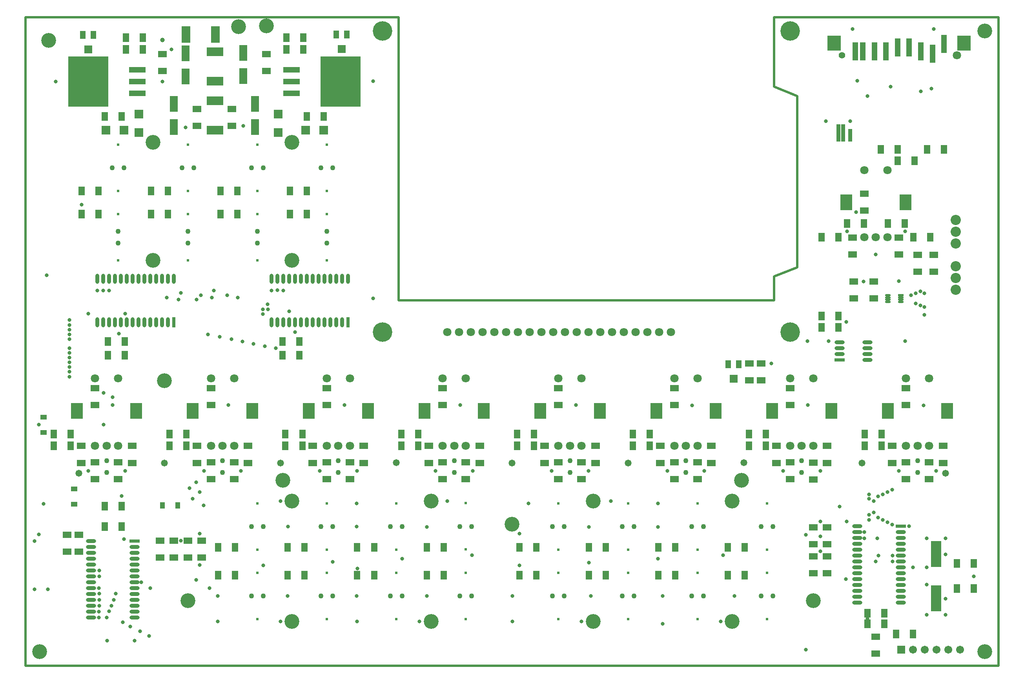
<source format=gbs>
%FSLAX25Y25*%
%MOIN*%
G70*
G01*
G75*
G04 Layer_Color=16711935*
%ADD10C,0.01181*%
%ADD11C,0.00787*%
%ADD12C,0.01575*%
%ADD13C,0.01000*%
%ADD14C,0.01969*%
%ADD15C,0.03543*%
%ADD16C,0.01575*%
%ADD17C,0.11811*%
%ADD18C,0.15748*%
%ADD19C,0.06299*%
%ADD20C,0.04724*%
%ADD21R,0.09449X0.12598*%
%ADD22C,0.05906*%
%ADD23R,0.05906X0.05906*%
%ADD24C,0.07874*%
%ADD25C,0.02362*%
%ADD26C,0.03150*%
%ADD27C,0.05000*%
%ADD28R,0.06890X0.13386*%
%ADD29R,0.06693X0.04921*%
%ADD30R,0.04921X0.06693*%
%ADD31R,0.04803X0.03583*%
%ADD32R,0.03583X0.04803*%
%ADD33R,0.07874X0.02362*%
%ADD34O,0.07874X0.02362*%
%ADD35R,0.07874X0.21654*%
%ADD36R,0.02756X0.09843*%
%ADD37R,0.02559X0.13780*%
%ADD38R,0.04331X0.14921*%
%ADD39R,0.10630X0.11811*%
%ADD40R,0.03937X0.01181*%
%ADD41O,0.03937X0.01181*%
%ADD42R,0.06299X0.06299*%
%ADD43R,0.04331X0.06299*%
%ADD44O,0.02362X0.07874*%
%ADD45R,0.02362X0.07874*%
%ADD46R,0.13386X0.06890*%
%ADD47R,0.06575X0.06496*%
%ADD48R,0.06496X0.06575*%
%ADD49R,0.06299X0.12598*%
%ADD50R,0.33465X0.41732*%
%ADD51R,0.13386X0.03937*%
%ADD52C,0.02362*%
%ADD53C,0.11811*%
%ADD54C,0.04343*%
%ADD55C,0.02375*%
%ADD56C,0.12611*%
%ADD57C,0.16548*%
%ADD58C,0.07099*%
%ADD59C,0.05524*%
%ADD60R,0.10249X0.13398*%
%ADD61C,0.06706*%
%ADD62R,0.06706X0.06706*%
%ADD63C,0.08674*%
%ADD64C,0.03162*%
%ADD65C,0.03950*%
%ADD66C,0.05800*%
%ADD67R,0.07690X0.14186*%
%ADD68R,0.07493X0.05721*%
%ADD69R,0.05721X0.07493*%
%ADD70R,0.05603X0.04383*%
%ADD71R,0.04383X0.05603*%
%ADD72R,0.08674X0.03162*%
%ADD73O,0.08674X0.03162*%
%ADD74R,0.08674X0.22453*%
%ADD75R,0.03556X0.10642*%
%ADD76R,0.03359X0.14579*%
%ADD77R,0.05131X0.15721*%
%ADD78R,0.11430X0.12611*%
%ADD79R,0.04737X0.01981*%
%ADD80O,0.04737X0.01981*%
%ADD81R,0.07099X0.07099*%
%ADD82R,0.05131X0.07099*%
%ADD83O,0.03162X0.08674*%
%ADD84R,0.03162X0.08674*%
%ADD85R,0.14186X0.07690*%
%ADD86R,0.07375X0.07296*%
%ADD87R,0.07296X0.07375*%
%ADD88R,0.07099X0.13398*%
%ADD89R,0.34265X0.42532*%
%ADD90R,0.14186X0.04737*%
D14*
X-0Y551181D02*
X-0D01*
Y0D02*
Y551181D01*
Y0D02*
X826772D01*
Y551181D01*
X635827D02*
X826772D01*
X635827Y492126D02*
Y551181D01*
X316929Y310630D02*
X635827D01*
X316929D02*
X316929D01*
X316929D02*
Y551181D01*
X-0Y551181D02*
X316929D01*
X655512Y338583D02*
Y484252D01*
X635827Y492126D02*
X655512Y484252D01*
X635827Y310630D02*
Y330709D01*
X635827Y330709D02*
X655512Y338583D01*
D54*
X757874Y164292D02*
D03*
Y174292D02*
D03*
X255906Y369173D02*
D03*
Y359173D02*
D03*
X634921Y59055D02*
D03*
X624921D02*
D03*
X634921Y118110D02*
D03*
X624921D02*
D03*
X659449Y164292D02*
D03*
Y174292D02*
D03*
X196851Y369173D02*
D03*
Y359173D02*
D03*
X575866Y59055D02*
D03*
X565866D02*
D03*
X575866Y118110D02*
D03*
X565866D02*
D03*
X561024Y164292D02*
D03*
Y174292D02*
D03*
X137795Y369173D02*
D03*
Y359173D02*
D03*
X516811Y59055D02*
D03*
X506811D02*
D03*
X516811Y118110D02*
D03*
X506811D02*
D03*
X462599Y164292D02*
D03*
Y174292D02*
D03*
X78740Y369173D02*
D03*
Y359173D02*
D03*
X457756Y59055D02*
D03*
X447756D02*
D03*
X457756Y118110D02*
D03*
X447756D02*
D03*
X364173Y164292D02*
D03*
Y174292D02*
D03*
X260906Y423229D02*
D03*
X250906D02*
D03*
X379016Y59055D02*
D03*
X369016D02*
D03*
X379016Y118110D02*
D03*
X369016D02*
D03*
X265748Y164292D02*
D03*
Y174292D02*
D03*
X201851Y423229D02*
D03*
X191850D02*
D03*
X319961Y59055D02*
D03*
X309961D02*
D03*
X319961Y118110D02*
D03*
X309961D02*
D03*
X167323Y164292D02*
D03*
Y174292D02*
D03*
X142795Y423229D02*
D03*
X132795D02*
D03*
X260906Y59055D02*
D03*
X250906D02*
D03*
X260906Y118110D02*
D03*
X250906D02*
D03*
X68898Y164292D02*
D03*
Y174292D02*
D03*
X83740Y423229D02*
D03*
X73740D02*
D03*
X201851Y59055D02*
D03*
X191850D02*
D03*
X201851Y118110D02*
D03*
X191850D02*
D03*
D55*
X374016Y78740D02*
D03*
Y39370D02*
D03*
X314961Y78740D02*
D03*
Y39370D02*
D03*
X255906Y78740D02*
D03*
Y39370D02*
D03*
X78740Y383858D02*
D03*
Y344488D02*
D03*
X196850Y78740D02*
D03*
Y39370D02*
D03*
X255906Y403543D02*
D03*
Y442913D02*
D03*
X629921Y98425D02*
D03*
Y137795D02*
D03*
X196850Y403543D02*
D03*
Y442913D02*
D03*
X570866Y98425D02*
D03*
Y137795D02*
D03*
X137795Y403543D02*
D03*
Y442913D02*
D03*
X78740Y403543D02*
D03*
Y442913D02*
D03*
X452756Y98425D02*
D03*
Y137795D02*
D03*
X629921Y78740D02*
D03*
Y39370D02*
D03*
X570866Y78740D02*
D03*
Y39370D02*
D03*
X314961Y98425D02*
D03*
Y137795D02*
D03*
X511811Y78740D02*
D03*
Y39370D02*
D03*
X255906Y98425D02*
D03*
Y137795D02*
D03*
X452756Y78740D02*
D03*
Y39370D02*
D03*
X196850Y98425D02*
D03*
Y137795D02*
D03*
X374016Y98819D02*
D03*
Y138189D02*
D03*
X511811Y98425D02*
D03*
Y137795D02*
D03*
X137795Y383858D02*
D03*
Y344488D02*
D03*
X196850Y383858D02*
D03*
Y344488D02*
D03*
X255906Y383858D02*
D03*
Y344488D02*
D03*
D56*
X118110Y242126D02*
D03*
X600394Y139764D02*
D03*
Y37402D02*
D03*
X344488Y139764D02*
D03*
X669291Y55118D02*
D03*
X608268Y157480D02*
D03*
X413386Y120079D02*
D03*
X218504Y157480D02*
D03*
X137795Y55118D02*
D03*
X108268Y444882D02*
D03*
X226378D02*
D03*
Y344488D02*
D03*
X108268D02*
D03*
X482283Y139764D02*
D03*
Y37402D02*
D03*
X344488D02*
D03*
X226378D02*
D03*
Y139764D02*
D03*
X19685Y531496D02*
D03*
X11811Y11811D02*
D03*
X814961D02*
D03*
Y539370D02*
D03*
X204724Y543701D02*
D03*
X181102Y543307D02*
D03*
D57*
X303150Y539370D02*
D03*
Y283465D02*
D03*
X649606D02*
D03*
Y539370D02*
D03*
D58*
X358378Y283417D02*
D03*
X368378D02*
D03*
X378378D02*
D03*
X388378D02*
D03*
X398378D02*
D03*
X408378D02*
D03*
X418378D02*
D03*
X428378D02*
D03*
X438378D02*
D03*
X448378D02*
D03*
X458378D02*
D03*
X468378D02*
D03*
X478378D02*
D03*
X488378D02*
D03*
X498378D02*
D03*
X508378D02*
D03*
X518378D02*
D03*
X528378D02*
D03*
X538378D02*
D03*
X548378D02*
D03*
X791339Y518898D02*
D03*
X59055Y187008D02*
D03*
X78740D02*
D03*
X68898D02*
D03*
X78740Y244095D02*
D03*
X59055D02*
D03*
X157480Y187008D02*
D03*
X177165D02*
D03*
X167323D02*
D03*
X177165Y244095D02*
D03*
X157480D02*
D03*
X255906Y187008D02*
D03*
X275591D02*
D03*
X265748D02*
D03*
X275591Y244095D02*
D03*
X255906D02*
D03*
X354331Y187008D02*
D03*
X374016D02*
D03*
X364173D02*
D03*
X374016Y244095D02*
D03*
X354331D02*
D03*
X452756Y187008D02*
D03*
X472441D02*
D03*
X462599D02*
D03*
X472441Y244095D02*
D03*
X452756D02*
D03*
X551181Y187008D02*
D03*
X570866D02*
D03*
X561024D02*
D03*
X570866Y244095D02*
D03*
X551181D02*
D03*
X649606Y187008D02*
D03*
X669291D02*
D03*
X659449D02*
D03*
X669291Y244095D02*
D03*
X649606D02*
D03*
X748032Y187008D02*
D03*
X767717D02*
D03*
X757874D02*
D03*
X767717Y244095D02*
D03*
X748032D02*
D03*
X712599Y364173D02*
D03*
X732283D02*
D03*
X722441D02*
D03*
X732283Y421260D02*
D03*
X712599D02*
D03*
D59*
X693701Y518898D02*
D03*
D60*
X43701Y216536D02*
D03*
X94095D02*
D03*
X142126D02*
D03*
X192520D02*
D03*
X240551D02*
D03*
X290945D02*
D03*
X338977D02*
D03*
X389370D02*
D03*
X437402D02*
D03*
X487795D02*
D03*
X535827D02*
D03*
X586221D02*
D03*
X634252D02*
D03*
X684646D02*
D03*
X732677D02*
D03*
X783071D02*
D03*
X697244Y393701D02*
D03*
X747638D02*
D03*
D61*
X794095Y13386D02*
D03*
X784094D02*
D03*
X774094D02*
D03*
X764094D02*
D03*
X754095D02*
D03*
D62*
X744095D02*
D03*
D63*
X790158Y378898D02*
D03*
Y368898D02*
D03*
Y358898D02*
D03*
Y339528D02*
D03*
Y329528D02*
D03*
Y319528D02*
D03*
D64*
X691732Y135039D02*
D03*
X697638Y122441D02*
D03*
X675197Y109843D02*
D03*
X81496Y144095D02*
D03*
X679921Y462992D02*
D03*
X747244Y275984D02*
D03*
X682283D02*
D03*
X664173D02*
D03*
X633760Y256792D02*
D03*
X18110Y331890D02*
D03*
X675197Y122441D02*
D03*
X419685Y112205D02*
D03*
X427165Y137795D02*
D03*
X47638Y391732D02*
D03*
X497244Y139764D02*
D03*
X358268D02*
D03*
X216535D02*
D03*
X163386Y37402D02*
D03*
X216535D02*
D03*
X281496D02*
D03*
X334646D02*
D03*
X472441D02*
D03*
X413779D02*
D03*
X590551D02*
D03*
X15354Y137402D02*
D03*
X131890Y106103D02*
D03*
X83465Y107481D02*
D03*
X723622Y108268D02*
D03*
X662992Y111024D02*
D03*
Y13386D02*
D03*
X537402Y137795D02*
D03*
X537303Y118012D02*
D03*
X478642D02*
D03*
X340846D02*
D03*
X281398Y137697D02*
D03*
Y118110D02*
D03*
X222835D02*
D03*
X139370Y150788D02*
D03*
X142126Y141733D02*
D03*
X144882Y72835D02*
D03*
X148032Y147638D02*
D03*
X144882Y155906D02*
D03*
X105906Y65748D02*
D03*
X148032Y85433D02*
D03*
X156299Y65748D02*
D03*
X592520Y93701D02*
D03*
X69291Y21260D02*
D03*
X92520D02*
D03*
X765748Y83465D02*
D03*
Y108268D02*
D03*
X781496D02*
D03*
Y94488D02*
D03*
Y56693D02*
D03*
Y43307D02*
D03*
X765748D02*
D03*
Y68898D02*
D03*
X706693Y497244D02*
D03*
X66142Y204725D02*
D03*
Y231890D02*
D03*
X74016Y228347D02*
D03*
X11417Y204725D02*
D03*
X773622Y165355D02*
D03*
X105118Y25197D02*
D03*
X97244Y29134D02*
D03*
X53150Y299213D02*
D03*
X84646D02*
D03*
X120079Y312992D02*
D03*
X37402Y293701D02*
D03*
Y245670D02*
D03*
Y250000D02*
D03*
Y253937D02*
D03*
Y257874D02*
D03*
Y277559D02*
D03*
Y261811D02*
D03*
Y269685D02*
D03*
Y265748D02*
D03*
X82677Y37008D02*
D03*
X76772Y61024D02*
D03*
X74803Y55906D02*
D03*
X72835Y50788D02*
D03*
X70866Y46063D02*
D03*
X68898Y40945D02*
D03*
X74016Y221654D02*
D03*
X37402Y281496D02*
D03*
Y285433D02*
D03*
Y289370D02*
D03*
X62599Y75984D02*
D03*
Y80709D02*
D03*
X11417Y111417D02*
D03*
X25591Y496457D02*
D03*
X7480Y105906D02*
D03*
X88976Y33071D02*
D03*
X295276Y496851D02*
D03*
Y312205D02*
D03*
X79134Y282284D02*
D03*
X180315Y312992D02*
D03*
X171260Y314961D02*
D03*
X62165Y40906D02*
D03*
X62441Y65906D02*
D03*
X148032Y112205D02*
D03*
X219016Y319016D02*
D03*
X214016Y319134D02*
D03*
X209016Y318937D02*
D03*
X98425Y70866D02*
D03*
X62599Y50788D02*
D03*
X163287Y59154D02*
D03*
X62362Y45906D02*
D03*
X62598Y55906D02*
D03*
X62599Y61024D02*
D03*
X151181Y136221D02*
D03*
X229016Y283465D02*
D03*
X70984Y319016D02*
D03*
X65984Y318898D02*
D03*
X60984Y318937D02*
D03*
X340846Y59154D02*
D03*
X281398Y59154D02*
D03*
X222736Y59154D02*
D03*
X172441Y221654D02*
D03*
X270866D02*
D03*
X369291D02*
D03*
X467717D02*
D03*
X566142Y221260D02*
D03*
X664567Y221654D02*
D03*
X762992Y221260D02*
D03*
X541339Y35433D02*
D03*
X602362Y59055D02*
D03*
X541339D02*
D03*
X480315D02*
D03*
X413779D02*
D03*
X771654Y541339D02*
D03*
X702756D02*
D03*
X185039Y458957D02*
D03*
X135827Y457480D02*
D03*
X124016Y524016D02*
D03*
X116142Y496457D02*
D03*
X697244Y292126D02*
D03*
X84646Y165355D02*
D03*
X53150D02*
D03*
X151575D02*
D03*
X183071D02*
D03*
X281496D02*
D03*
X348425D02*
D03*
X379921D02*
D03*
X446850D02*
D03*
X478346D02*
D03*
X545276D02*
D03*
X576772D02*
D03*
X643701D02*
D03*
X675197D02*
D03*
X742126D02*
D03*
X250000D02*
D03*
X203150Y271654D02*
D03*
X193701Y273622D02*
D03*
X212598Y269685D02*
D03*
X184252Y275591D02*
D03*
X174803Y277559D02*
D03*
X164961Y279528D02*
D03*
X155118Y281496D02*
D03*
X159843Y318898D02*
D03*
X158268Y312992D02*
D03*
X148819Y314961D02*
D03*
X145276Y311024D02*
D03*
X131890Y316929D02*
D03*
X129921Y311024D02*
D03*
X805512Y75985D02*
D03*
X736221Y149607D02*
D03*
X716536Y141733D02*
D03*
X720472Y130315D02*
D03*
X716536Y128347D02*
D03*
X728346Y145669D02*
D03*
X720472Y139764D02*
D03*
X732283Y147638D02*
D03*
X716536Y124016D02*
D03*
Y145669D02*
D03*
X728346Y123885D02*
D03*
X724409Y143701D02*
D03*
Y125984D02*
D03*
X732283Y121785D02*
D03*
X736221Y119685D02*
D03*
X712599Y108268D02*
D03*
X756299Y316536D02*
D03*
Y307874D02*
D03*
X769685Y490551D02*
D03*
X700787Y462992D02*
D03*
X722441Y349606D02*
D03*
X760630Y488189D02*
D03*
X735039Y492126D02*
D03*
X715354Y484252D02*
D03*
X711811Y326477D02*
D03*
X715256Y39961D02*
D03*
X675197Y97244D02*
D03*
X760236Y306299D02*
D03*
X763780Y304725D02*
D03*
Y298032D02*
D03*
X760236Y318110D02*
D03*
X201969Y85335D02*
D03*
X281890Y82677D02*
D03*
X419587Y85335D02*
D03*
X478740Y87402D02*
D03*
X379134Y93701D02*
D03*
X261024Y88189D02*
D03*
X320079Y90945D02*
D03*
X537402D02*
D03*
X7480Y64961D02*
D03*
X18898D02*
D03*
X742126Y326772D02*
D03*
X224016Y301181D02*
D03*
X205906Y302756D02*
D03*
X201575D02*
D03*
X205512Y307087D02*
D03*
X201575Y298819D02*
D03*
X752362Y314961D02*
D03*
X736614Y88504D02*
D03*
Y93504D02*
D03*
X724607D02*
D03*
X722441Y88504D02*
D03*
X753898Y83504D02*
D03*
X696969Y73504D02*
D03*
X712599Y113386D02*
D03*
X705512Y385433D02*
D03*
X698032Y369291D02*
D03*
X747244D02*
D03*
X750787Y118504D02*
D03*
X763779Y316535D02*
D03*
D65*
X116142Y531890D02*
D03*
D66*
X781495Y163386D02*
D03*
X118110Y172047D02*
D03*
X216535Y172343D02*
D03*
X314961Y172441D02*
D03*
X413386Y172343D02*
D03*
X511811Y172343D02*
D03*
X610236Y172441D02*
D03*
X710630Y172343D02*
D03*
X45276Y163386D02*
D03*
D67*
X161339Y536614D02*
D03*
X136299D02*
D03*
D68*
X114173Y91733D02*
D03*
Y106103D02*
D03*
X125984Y91733D02*
D03*
Y106103D02*
D03*
X137795Y91733D02*
D03*
Y106103D02*
D03*
X149606Y91733D02*
D03*
Y106103D02*
D03*
X748032Y158563D02*
D03*
Y172933D02*
D03*
X767717Y158563D02*
D03*
Y172933D02*
D03*
X736221Y186713D02*
D03*
Y172343D02*
D03*
X779528D02*
D03*
Y186713D02*
D03*
X649607Y158563D02*
D03*
Y172933D02*
D03*
X669291Y158170D02*
D03*
Y172540D02*
D03*
X637795Y186713D02*
D03*
Y172343D02*
D03*
X681103D02*
D03*
Y186713D02*
D03*
X551181Y158563D02*
D03*
Y172933D02*
D03*
X570866Y158563D02*
D03*
Y172933D02*
D03*
X539370Y186713D02*
D03*
Y172343D02*
D03*
X582677D02*
D03*
Y186713D02*
D03*
X440945D02*
D03*
Y172343D02*
D03*
X452756Y158563D02*
D03*
Y172933D02*
D03*
X472441Y158563D02*
D03*
Y172933D02*
D03*
X484252Y172343D02*
D03*
Y186713D02*
D03*
X354331Y158563D02*
D03*
Y172933D02*
D03*
X374016Y158563D02*
D03*
Y172933D02*
D03*
X385827Y172343D02*
D03*
Y186713D02*
D03*
X342520D02*
D03*
Y172343D02*
D03*
X244094Y186713D02*
D03*
Y172343D02*
D03*
X287402D02*
D03*
Y186713D02*
D03*
X275591Y158563D02*
D03*
Y172933D02*
D03*
X255906Y158563D02*
D03*
Y172933D02*
D03*
X177165Y158563D02*
D03*
Y172933D02*
D03*
X188977Y172343D02*
D03*
Y186713D02*
D03*
X157481Y158563D02*
D03*
Y172933D02*
D03*
X145669Y186713D02*
D03*
Y172343D02*
D03*
X78740Y158563D02*
D03*
Y172933D02*
D03*
X90551Y172343D02*
D03*
Y186713D02*
D03*
X59055Y158563D02*
D03*
Y172933D02*
D03*
X47244Y186713D02*
D03*
Y172343D02*
D03*
X45276Y111122D02*
D03*
Y96752D02*
D03*
X35433Y96752D02*
D03*
Y111122D02*
D03*
X681103Y103051D02*
D03*
Y117421D02*
D03*
X669291Y103051D02*
D03*
Y117421D02*
D03*
X681103Y92913D02*
D03*
Y78543D02*
D03*
X722441Y24508D02*
D03*
Y10138D02*
D03*
X742126Y349508D02*
D03*
Y363878D02*
D03*
X702756D02*
D03*
Y349508D02*
D03*
X757874Y334941D02*
D03*
Y349311D02*
D03*
X771653Y334941D02*
D03*
Y349311D02*
D03*
X712598Y401280D02*
D03*
Y386910D02*
D03*
X703543Y326477D02*
D03*
Y312106D02*
D03*
X720473Y326477D02*
D03*
Y312107D02*
D03*
X59055Y235925D02*
D03*
Y221555D02*
D03*
X157480Y235925D02*
D03*
Y221555D02*
D03*
X255906Y235925D02*
D03*
Y221555D02*
D03*
X354331Y235925D02*
D03*
Y221555D02*
D03*
X452756Y235925D02*
D03*
Y221555D02*
D03*
X551181Y235925D02*
D03*
Y221555D02*
D03*
X748032Y235925D02*
D03*
Y221555D02*
D03*
X649606Y235925D02*
D03*
Y221555D02*
D03*
X614961Y256792D02*
D03*
Y242421D02*
D03*
X624803Y256792D02*
D03*
Y242421D02*
D03*
X175197Y473327D02*
D03*
Y458957D02*
D03*
X145669Y473327D02*
D03*
Y458957D02*
D03*
X204725Y505414D02*
D03*
Y519784D02*
D03*
X116142Y505414D02*
D03*
Y519784D02*
D03*
X669291Y78543D02*
D03*
Y92913D02*
D03*
D69*
X178051Y100394D02*
D03*
X163681D02*
D03*
X237106D02*
D03*
X222736D02*
D03*
X296162D02*
D03*
X281791D02*
D03*
X355217Y100394D02*
D03*
X340846D02*
D03*
X433957D02*
D03*
X419587D02*
D03*
X493012Y100394D02*
D03*
X478642D02*
D03*
X552067D02*
D03*
X537697D02*
D03*
X611122D02*
D03*
X596752D02*
D03*
X611122Y76772D02*
D03*
X596752D02*
D03*
X552067D02*
D03*
X537697D02*
D03*
X493012D02*
D03*
X478642D02*
D03*
X433957D02*
D03*
X419587D02*
D03*
X355217D02*
D03*
X340846D02*
D03*
X296162D02*
D03*
X281791D02*
D03*
X237106D02*
D03*
X222736D02*
D03*
X178051D02*
D03*
X163681D02*
D03*
X239075Y403544D02*
D03*
X224705D02*
D03*
X239075Y383858D02*
D03*
X224705D02*
D03*
X180020D02*
D03*
X165650D02*
D03*
X180020Y403543D02*
D03*
X165650D02*
D03*
X120965D02*
D03*
X106595D02*
D03*
X120965Y383859D02*
D03*
X106595D02*
D03*
X61910D02*
D03*
X47539D02*
D03*
X61910Y403543D02*
D03*
X47539D02*
D03*
X712894Y187008D02*
D03*
X727264D02*
D03*
X712894Y196851D02*
D03*
X727264D02*
D03*
X614468Y187008D02*
D03*
X628838D02*
D03*
X614468Y196851D02*
D03*
X628838D02*
D03*
X516043D02*
D03*
X530413D02*
D03*
X516043Y187008D02*
D03*
X530413D02*
D03*
X417618D02*
D03*
X431988D02*
D03*
X417618Y196851D02*
D03*
X431988D02*
D03*
X319193Y187008D02*
D03*
X333563D02*
D03*
X319193Y196851D02*
D03*
X333563D02*
D03*
X220768Y187008D02*
D03*
X235138D02*
D03*
X220768Y196851D02*
D03*
X235138D02*
D03*
X122343Y187008D02*
D03*
X136713D02*
D03*
X122343Y196851D02*
D03*
X136713D02*
D03*
X23918Y187008D02*
D03*
X38287D02*
D03*
X23918Y196851D02*
D03*
X38287D02*
D03*
X67225Y135433D02*
D03*
X81595D02*
D03*
X67225Y118110D02*
D03*
X81595D02*
D03*
X805610Y65355D02*
D03*
X791240D02*
D03*
X805610Y87008D02*
D03*
X791240D02*
D03*
X715256Y44488D02*
D03*
X729626D02*
D03*
X715256Y35433D02*
D03*
X729626D02*
D03*
X754036Y26772D02*
D03*
X739666D02*
D03*
X746949Y375985D02*
D03*
X732579D02*
D03*
X768602Y364174D02*
D03*
X754232D02*
D03*
X697933Y375984D02*
D03*
X712303D02*
D03*
X676280Y364173D02*
D03*
X690650D02*
D03*
X740846Y429134D02*
D03*
X755217D02*
D03*
X766044Y438976D02*
D03*
X780413D02*
D03*
X741043Y438977D02*
D03*
X726673D02*
D03*
X690650Y287402D02*
D03*
X676280D02*
D03*
X690650Y297244D02*
D03*
X676280D02*
D03*
X218406Y263780D02*
D03*
X232776D02*
D03*
X218406Y275591D02*
D03*
X232776D02*
D03*
X69980Y263780D02*
D03*
X84351D02*
D03*
X69980Y275591D02*
D03*
X84351D02*
D03*
X238878Y466929D02*
D03*
X253248D02*
D03*
X235925Y533859D02*
D03*
X221555D02*
D03*
X235925Y524016D02*
D03*
X221555D02*
D03*
X99705Y533858D02*
D03*
X85335D02*
D03*
Y524016D02*
D03*
X99705D02*
D03*
X81595Y466929D02*
D03*
X67225D02*
D03*
D70*
X41339Y150138D02*
D03*
Y137264D02*
D03*
X15355Y198287D02*
D03*
Y211162D02*
D03*
D71*
X116398Y136221D02*
D03*
X129272D02*
D03*
D72*
X92520Y105906D02*
D03*
X743701Y118504D02*
D03*
X691732Y259843D02*
D03*
D73*
X92520Y100906D02*
D03*
Y95906D02*
D03*
Y90906D02*
D03*
Y85906D02*
D03*
Y80906D02*
D03*
Y75906D02*
D03*
Y70906D02*
D03*
Y65906D02*
D03*
Y60906D02*
D03*
Y55906D02*
D03*
Y50906D02*
D03*
Y45906D02*
D03*
Y40906D02*
D03*
X55512Y105906D02*
D03*
Y100906D02*
D03*
Y95906D02*
D03*
Y90906D02*
D03*
Y85906D02*
D03*
Y80906D02*
D03*
Y75906D02*
D03*
Y70906D02*
D03*
Y65906D02*
D03*
Y60906D02*
D03*
Y55906D02*
D03*
Y50906D02*
D03*
Y45906D02*
D03*
Y40906D02*
D03*
X743701Y113504D02*
D03*
Y108504D02*
D03*
Y103504D02*
D03*
Y98504D02*
D03*
Y93504D02*
D03*
Y88504D02*
D03*
Y83504D02*
D03*
Y78504D02*
D03*
Y73504D02*
D03*
Y68504D02*
D03*
Y63504D02*
D03*
Y58504D02*
D03*
Y53504D02*
D03*
X706693Y118504D02*
D03*
Y113504D02*
D03*
Y108504D02*
D03*
Y103504D02*
D03*
Y98504D02*
D03*
Y93504D02*
D03*
Y88504D02*
D03*
Y83504D02*
D03*
Y78504D02*
D03*
Y73504D02*
D03*
Y68504D02*
D03*
Y63504D02*
D03*
Y58504D02*
D03*
Y53504D02*
D03*
X715354Y274843D02*
D03*
Y269843D02*
D03*
Y264843D02*
D03*
Y259843D02*
D03*
X691732Y274843D02*
D03*
Y269843D02*
D03*
Y264843D02*
D03*
D74*
X773622Y57284D02*
D03*
Y94685D02*
D03*
D75*
X700591Y450984D02*
D03*
D76*
X694685Y452953D02*
D03*
X690748D02*
D03*
D77*
X705118Y522244D02*
D03*
X711417D02*
D03*
X721260D02*
D03*
X731102D02*
D03*
X740945Y525394D02*
D03*
X750787D02*
D03*
X760630Y522244D02*
D03*
X770472Y520276D02*
D03*
X780315Y528544D02*
D03*
D78*
X686811Y529331D02*
D03*
X797441D02*
D03*
D79*
X743701Y314961D02*
D03*
D80*
Y312993D02*
D03*
Y311024D02*
D03*
Y309055D02*
D03*
X732677Y314961D02*
D03*
Y312993D02*
D03*
Y311024D02*
D03*
Y309055D02*
D03*
D81*
X601575Y243898D02*
D03*
X268504Y524213D02*
D03*
X53150Y523819D02*
D03*
D82*
X597047Y256103D02*
D03*
X606102D02*
D03*
X263977Y536418D02*
D03*
X273032D02*
D03*
X48622Y536024D02*
D03*
X57677D02*
D03*
D83*
X209016Y328740D02*
D03*
X214016D02*
D03*
X219016D02*
D03*
X224016D02*
D03*
X229016D02*
D03*
X234016D02*
D03*
X239016D02*
D03*
X244016D02*
D03*
X249016D02*
D03*
X254016D02*
D03*
X259016D02*
D03*
X264016D02*
D03*
X269016D02*
D03*
X274016D02*
D03*
X209016Y291732D02*
D03*
X214016D02*
D03*
X219016D02*
D03*
X224016D02*
D03*
X229016D02*
D03*
X234016D02*
D03*
X239016D02*
D03*
X244016D02*
D03*
X249016D02*
D03*
X254016D02*
D03*
X259016D02*
D03*
X264016D02*
D03*
X269016D02*
D03*
X60984Y328740D02*
D03*
X65984D02*
D03*
X70984D02*
D03*
X75984D02*
D03*
X80984D02*
D03*
X85984D02*
D03*
X90984D02*
D03*
X95984D02*
D03*
X100984D02*
D03*
X105984D02*
D03*
X110984D02*
D03*
X115984D02*
D03*
X120984D02*
D03*
X125984D02*
D03*
X60984Y291733D02*
D03*
X65984D02*
D03*
X70984D02*
D03*
X75984D02*
D03*
X80984D02*
D03*
X85984D02*
D03*
X90984D02*
D03*
X95984D02*
D03*
X100984D02*
D03*
X105984D02*
D03*
X110984D02*
D03*
X115984D02*
D03*
X120984D02*
D03*
D84*
X274016Y291732D02*
D03*
X125984Y291733D02*
D03*
D85*
X161024Y455197D02*
D03*
Y480236D02*
D03*
Y496929D02*
D03*
Y521969D02*
D03*
D86*
X214567Y453307D02*
D03*
Y468740D02*
D03*
X96457Y453307D02*
D03*
Y468740D02*
D03*
D87*
X237953Y455118D02*
D03*
X253386D02*
D03*
X83701Y455118D02*
D03*
X68268D02*
D03*
D88*
X194882Y457874D02*
D03*
Y477559D02*
D03*
X185039Y520866D02*
D03*
Y501181D02*
D03*
X135827Y520473D02*
D03*
Y500788D02*
D03*
X125984Y457874D02*
D03*
Y477559D02*
D03*
D89*
X267717Y496457D02*
D03*
X53150D02*
D03*
D90*
X225984Y486457D02*
D03*
Y496457D02*
D03*
Y506457D02*
D03*
X94882D02*
D03*
Y496457D02*
D03*
Y486457D02*
D03*
M02*

</source>
